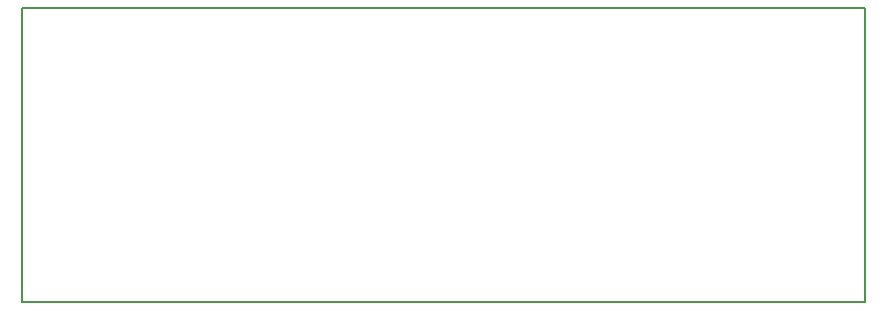
<source format=gbr>
%TF.GenerationSoftware,KiCad,Pcbnew,(6.0.0-0)*%
%TF.CreationDate,2023-11-25T22:12:00-05:00*%
%TF.ProjectId,pinker2,70696e6b-6572-4322-9e6b-696361645f70,rev?*%
%TF.SameCoordinates,Original*%
%TF.FileFunction,Profile,NP*%
%FSLAX46Y46*%
G04 Gerber Fmt 4.6, Leading zero omitted, Abs format (unit mm)*
G04 Created by KiCad (PCBNEW (6.0.0-0)) date 2023-11-25 22:12:00*
%MOMM*%
%LPD*%
G01*
G04 APERTURE LIST*
%TA.AperFunction,Profile*%
%ADD10C,0.200000*%
%TD*%
G04 APERTURE END LIST*
D10*
X124460000Y-84074000D02*
X195834000Y-84074000D01*
X195834000Y-84074000D02*
X195834000Y-108966000D01*
X195834000Y-108966000D02*
X124460000Y-108966000D01*
X124460000Y-108966000D02*
X124460000Y-84074000D01*
M02*

</source>
